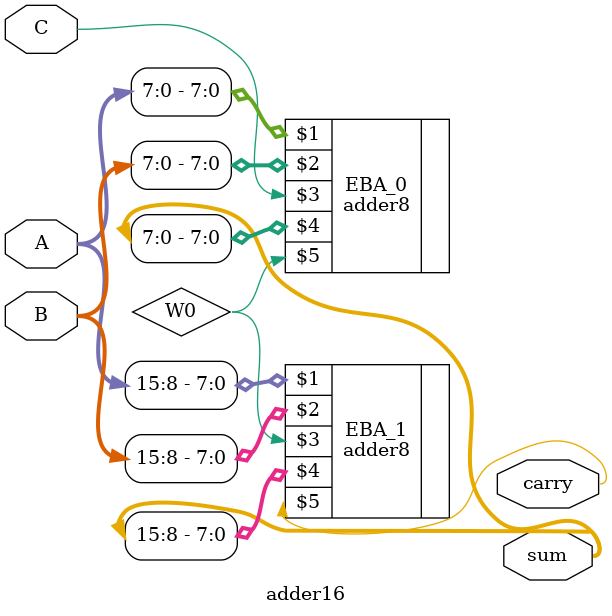
<source format=v>
`include "fulladder8.v"
module adder16(A, B, C, sum, carry);
	input[15:0] A, B;	
	input C;
	output[15:0] sum;
	output carry;
	wire W0;
	adder8 EBA_0(A[7:0], B[7:0], C, sum[7:0], W0);
	adder8 EBA_1(A[15:8], B[15:8], W0, sum[15:8], carry);
endmodule


</source>
